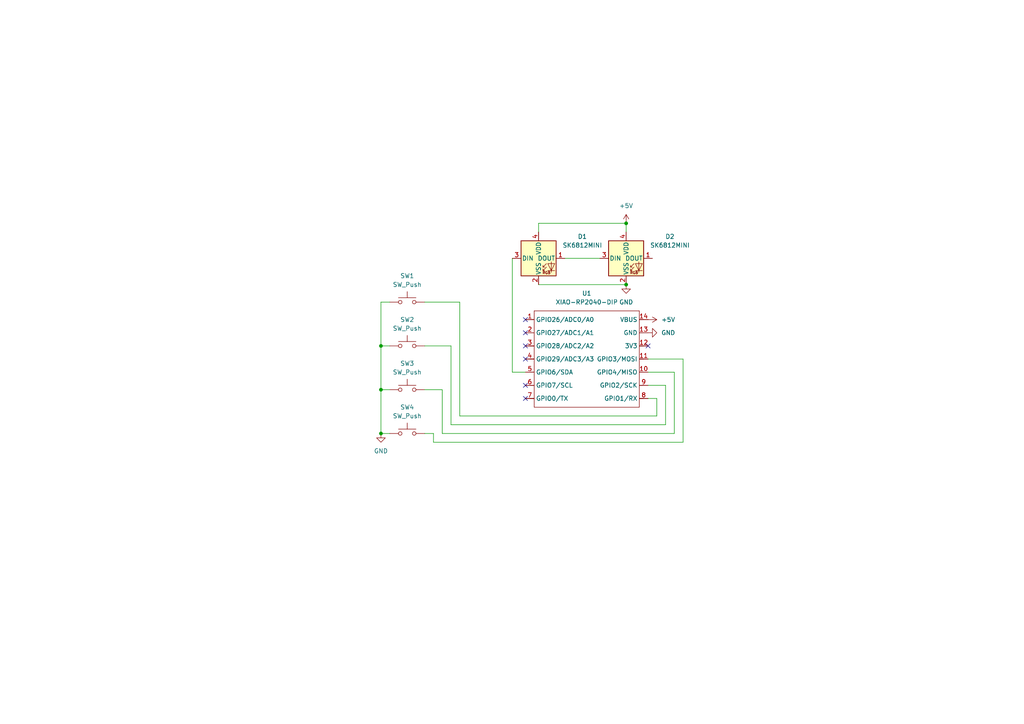
<source format=kicad_sch>
(kicad_sch (version 20250114) (generator "eeschema") (generator_version "9.0")
  (paper "A4")
  (lib_symbols
    (symbol "LED:SK6812MINI" (pin_names (offset 0.254))
      (property "Reference" "D" (at 5.08 5.715 0))
      (property "Value" "SK6812MINI" (at 1.27 -5.715 0))
      (symbol "SK6812MINI_0_0"
        (text "RGB" (at 2.286 -4.191 0) (effects (font (size 0.762 0.762))))
      )
      (symbol "SK6812MINI_0_1"
        (polyline (pts (xy 1.27 -2.54) (xy 1.778 -2.54)))
        (polyline (pts (xy 1.27 -3.556) (xy 1.778 -3.556)))
        (polyline (pts (xy 2.286 -1.524) (xy 1.27 -2.54) (xy 1.27 -2.032)))
        (polyline (pts (xy 2.286 -2.54) (xy 1.27 -3.556) (xy 1.27 -3.048)))
        (polyline (pts (xy 3.683 -1.016) (xy 3.683 -3.556) (xy 3.683 -4.064)))
        (polyline (pts (xy 4.699 -1.524) (xy 2.667 -1.524) (xy 3.683 -3.556) (xy 4.699 -1.524)))
        (polyline (pts (xy 4.699 -3.556) (xy 2.667 -3.556)))
        (rectangle (start 5.08 5.08) (end -5.08 -5.08) (stroke (width 0.254)) (fill (type background)))
      )
      (symbol "SK6812MINI_1_1"
        (pin input line (at -7.62 0 0) (length 2.54) (name "DIN") (number "3"))
        (pin power_in line (at 0 7.62 270) (length 2.54) (name "VDD") (number "4"))
        (pin power_in line (at 0 -7.62 90) (length 2.54) (name "VSS") (number "2"))
        (pin output line (at 7.62 0 180) (length 2.54) (name "DOUT") (number "1"))
      )
    )
    (symbol "OPL:XIAO-RP2040-DIP"
      (property "Reference" "U" (at 0 0 0))
      (property "Value" "XIAO-RP2040-DIP" (at 5.334 -1.778 0))
      (symbol "XIAO-RP2040-DIP_1_0"
        (polyline (pts (xy -1.27 -2.54) (xy 29.21 -2.54)) (stroke (width 0.1524)))
        (polyline (pts (xy -1.27 -5.08) (xy -2.54 -5.08)) (stroke (width 0.1524)))
        (polyline (pts (xy -1.27 -5.08) (xy -1.27 -2.54)) (stroke (width 0.1524)))
        (polyline (pts (xy -1.27 -8.89) (xy -2.54 -8.89)) (stroke (width 0.1524)))
        (polyline (pts (xy -1.27 -8.89) (xy -1.27 -5.08)) (stroke (width 0.1524)))
        (polyline (pts (xy -1.27 -12.7) (xy -2.54 -12.7)) (stroke (width 0.1524)))
        (polyline (pts (xy -1.27 -12.7) (xy -1.27 -8.89)) (stroke (width 0.1524)))
        (polyline (pts (xy -1.27 -16.51) (xy -2.54 -16.51)) (stroke (width 0.1524)))
        (polyline (pts (xy -1.27 -16.51) (xy -1.27 -12.7)) (stroke (width 0.1524)))
        (polyline (pts (xy -1.27 -20.32) (xy -2.54 -20.32)) (stroke (width 0.1524)))
        (polyline (pts (xy -1.27 -24.13) (xy -2.54 -24.13)) (stroke (width 0.1524)))
        (polyline (pts (xy -1.27 -27.94) (xy -2.54 -27.94)) (stroke (width 0.1524)))
        (polyline (pts (xy -1.27 -30.48) (xy -1.27 -16.51)) (stroke (width 0.1524)))
        (polyline (pts (xy 29.21 -2.54) (xy 29.21 -5.08)) (stroke (width 0.1524)))
        (polyline (pts (xy 29.21 -5.08) (xy 29.21 -8.89)) (stroke (width 0.1524)))
        (polyline (pts (xy 29.21 -8.89) (xy 29.21 -12.7)) (stroke (width 0.1524)))
        (polyline (pts (xy 29.21 -12.7) (xy 29.21 -30.48)) (stroke (width 0.1524)))
        (polyline (pts (xy 29.21 -30.48) (xy -1.27 -30.48)) (stroke (width 0.1524)))
        (polyline (pts (xy 30.48 -5.08) (xy 29.21 -5.08)) (stroke (width 0.1524)))
        (polyline (pts (xy 30.48 -8.89) (xy 29.21 -8.89)) (stroke (width 0.1524)))
        (polyline (pts (xy 30.48 -12.7) (xy 29.21 -12.7)) (stroke (width 0.1524)))
        (polyline (pts (xy 30.48 -16.51) (xy 29.21 -16.51)) (stroke (width 0.1524)))
        (polyline (pts (xy 30.48 -20.32) (xy 29.21 -20.32)) (stroke (width 0.1524)))
        (polyline (pts (xy 30.48 -24.13) (xy 29.21 -24.13)) (stroke (width 0.1524)))
        (polyline (pts (xy 30.48 -27.94) (xy 29.21 -27.94)) (stroke (width 0.1524)))
        (pin passive line (at -3.81 -5.08 0) (length 2.54) (name "GPIO26/ADC0/A0") (number "1"))
        (pin passive line (at -3.81 -8.89 0) (length 2.54) (name "GPIO27/ADC1/A1") (number "2"))
        (pin passive line (at -3.81 -12.7 0) (length 2.54) (name "GPIO28/ADC2/A2") (number "3"))
        (pin passive line (at -3.81 -16.51 0) (length 2.54) (name "GPIO29/ADC3/A3") (number "4"))
        (pin passive line (at -3.81 -20.32 0) (length 2.54) (name "GPIO6/SDA") (number "5"))
        (pin passive line (at -3.81 -24.13 0) (length 2.54) (name "GPIO7/SCL") (number "6"))
        (pin passive line (at -3.81 -27.94 0) (length 2.54) (name "GPIO0/TX") (number "7"))
        (pin passive line (at 31.75 -5.08 180) (length 2.54) (name "VBUS") (number "14"))
        (pin passive line (at 31.75 -8.89 180) (length 2.54) (name "GND") (number "13"))
        (pin passive line (at 31.75 -12.7 180) (length 2.54) (name "3V3") (number "12"))
        (pin passive line (at 31.75 -16.51 180) (length 2.54) (name "GPIO3/MOSI") (number "11"))
        (pin passive line (at 31.75 -20.32 180) (length 2.54) (name "GPIO4/MISO") (number "10"))
        (pin passive line (at 31.75 -24.13 180) (length 2.54) (name "GPIO2/SCK") (number "9"))
        (pin passive line (at 31.75 -27.94 180) (length 2.54) (name "GPIO1/RX") (number "8"))
      )
    )
    (symbol "Switch:SW_Push" (pin_numbers (hide yes)) (pin_names (offset 1.016) (hide yes))
      (property "Reference" "SW" (at 1.27 2.54 0))
      (property "Value" "SW_Push" (at 0 -1.524 0))
      (symbol "SW_Push_0_1"
        (circle (center -2.032 0) (radius 0.508))
        (polyline (pts (xy 0 1.27) (xy 0 3.048)))
        (circle (center 2.032 0) (radius 0.508))
        (polyline (pts (xy 2.54 1.27) (xy -2.54 1.27)))
        (pin passive line (at -5.08 0 0) (length 2.54) (name "1") (number "1"))
        (pin passive line (at 5.08 0 180) (length 2.54) (name "2") (number "2"))
      )
    )
    (symbol "power:+5V" (power) (pin_numbers (hide yes)) (pin_names (offset 0) (hide yes))
      (property "Value" "+5V" (at 0 3.556 0))
      (symbol "+5V_0_1"
        (polyline (pts (xy -0.762 1.27) (xy 0 2.54)))
        (polyline (pts (xy 0 2.54) (xy 0.762 1.27)))
        (polyline (pts (xy 0 0) (xy 0 2.54)))
      )
      (symbol "+5V_1_1"
        (pin power_in line (at 0 0 90) (length 0) (name "~") (number "1"))
      )
    )
    (symbol "power:GND" (power) (pin_numbers (hide yes)) (pin_names (offset 0) (hide yes))
      (property "Value" "GND" (at 0 -3.81 0))
      (symbol "GND_0_1"
        (polyline (pts (xy 0 0) (xy 0 -1.27) (xy 1.27 -1.27) (xy 0 -2.54) (xy -1.27 -1.27) (xy 0 -1.27)))
      )
      (symbol "GND_1_1"
        (pin power_in line (at 0 0 270) (length 0) (name "~") (number "1"))
      )
    )
  )
  (junction (at 110.49 113.03))
  (junction (at 110.49 100.33))
  (junction (at 181.61 82.55))
  (junction (at 181.61 64.77))
  (junction (at 110.49 125.73))
  (no_connect (at 152.4 96.52))
  (no_connect (at 152.4 92.71))
  (no_connect (at 152.4 100.33))
  (no_connect (at 187.96 100.33))
  (no_connect (at 152.4 104.14))
  (no_connect (at 152.4 115.57))
  (no_connect (at 152.4 111.76))
  (wire (pts (xy 193.04 111.76) (xy 193.04 123.19)))
  (wire (pts (xy 128.27 125.73) (xy 128.27 113.03)))
  (wire (pts (xy 123.19 113.03) (xy 128.27 113.03)))
  (wire (pts (xy 123.19 125.73) (xy 125.73 125.73)))
  (wire (pts (xy 156.21 82.55) (xy 181.61 82.55)))
  (wire (pts (xy 187.96 111.76) (xy 193.04 111.76)))
  (wire (pts (xy 152.4 107.95) (xy 148.59 107.95)))
  (wire (pts (xy 110.49 100.33) (xy 110.49 113.03)))
  (wire (pts (xy 110.49 113.03) (xy 110.49 125.73)))
  (wire (pts (xy 156.21 67.31) (xy 156.21 64.77)))
  (wire (pts (xy 113.03 113.03) (xy 110.49 113.03)))
  (wire (pts (xy 156.21 64.77) (xy 181.61 64.77)))
  (wire (pts (xy 187.96 107.95) (xy 195.58 107.95)))
  (wire (pts (xy 187.96 115.57) (xy 190.5 115.57)))
  (wire (pts (xy 130.81 123.19) (xy 130.81 100.33)))
  (wire (pts (xy 163.83 74.93) (xy 173.99 74.93)))
  (wire (pts (xy 190.5 115.57) (xy 190.5 120.65)))
  (wire (pts (xy 110.49 87.63) (xy 110.49 100.33)))
  (wire (pts (xy 113.03 100.33) (xy 110.49 100.33)))
  (wire (pts (xy 125.73 128.27) (xy 125.73 125.73)))
  (wire (pts (xy 123.19 100.33) (xy 130.81 100.33)))
  (wire (pts (xy 187.96 104.14) (xy 198.12 104.14)))
  (wire (pts (xy 193.04 123.19) (xy 130.81 123.19)))
  (wire (pts (xy 195.58 125.73) (xy 128.27 125.73)))
  (wire (pts (xy 198.12 128.27) (xy 125.73 128.27)))
  (wire (pts (xy 123.19 87.63) (xy 133.35 87.63)))
  (wire (pts (xy 148.59 107.95) (xy 148.59 74.93)))
  (wire (pts (xy 195.58 107.95) (xy 195.58 125.73)))
  (wire (pts (xy 113.03 125.73) (xy 110.49 125.73)))
  (wire (pts (xy 181.61 64.77) (xy 181.61 67.31)))
  (wire (pts (xy 198.12 104.14) (xy 198.12 128.27)))
  (wire (pts (xy 190.5 120.65) (xy 133.35 120.65)))
  (wire (pts (xy 133.35 120.65) (xy 133.35 87.63)))
  (wire (pts (xy 113.03 87.63) (xy 110.49 87.63)))
  (symbol (lib_id "LED:SK6812MINI") (at 156.21 74.93 0) (unit 1)
    (property "Reference" "D1" (at 168.91 68.6114 0))
    (property "Value" "SK6812MINI" (at 168.91 71.1514 0))
    (property "Footprint" "LED_SMD:LED_SK6812MINI_PLCC4_3.5x3.5mm_P1.75mm" (effects (hide yes)))
    (property "Datasheet" "https://cdn-shop.adafruit.com/product-files/2686/SK6812MINI_REV.01-1-2.pdf" (effects (hide yes)))
    (property "Description" "RGB LED with integrated controller" (effects (hide yes)))
  )
  (symbol (lib_id "power:+5V") (at 181.61 64.77 0) (unit 1)
    (property "Reference" "#PWR03" (effects (hide yes)))
    (property "Value" "+5V" (at 181.61 59.69 0))
    (property "Description" "Power symbol creates a global label with name \"+5V\"" (effects (hide yes)))
  )
  (symbol (lib_id "Switch:SW_Push") (at 118.11 100.33 0) (unit 1)
    (property "Reference" "SW2" (at 118.11 92.71 0))
    (property "Value" "SW_Push" (at 118.11 95.25 0))
    (property "Footprint" "Button_Switch_Keyboard:SW_Cherry_MX_1.00u_PCB" (effects (hide yes)))
    (property "Description" "Push button switch, generic, two pins" (effects (hide yes)))
  )
  (symbol (lib_id "Switch:SW_Push") (at 118.11 87.63 0) (unit 1)
    (property "Reference" "SW1" (at 118.11 80.01 0))
    (property "Value" "SW_Push" (at 118.11 82.55 0))
    (property "Footprint" "Button_Switch_Keyboard:SW_Cherry_MX_1.00u_PCB" (effects (hide yes)))
    (property "Description" "Push button switch, generic, two pins" (effects (hide yes)))
  )
  (symbol (lib_id "OPL:XIAO-RP2040-DIP") (at 156.21 87.63 0) (unit 1)
    (property "Reference" "U1" (at 170.18 85.09 0))
    (property "Value" "XIAO-RP2040-DIP" (at 170.18 87.63 0))
    (property "Footprint" "OPL:XIAO-RP2040-DIP" (effects (hide yes)))
  )
  (symbol (lib_id "Switch:SW_Push") (at 118.11 113.03 0) (unit 1)
    (property "Reference" "SW3" (at 118.11 105.41 0))
    (property "Value" "SW_Push" (at 118.11 107.95 0))
    (property "Footprint" "Button_Switch_Keyboard:SW_Cherry_MX_1.00u_PCB" (effects (hide yes)))
    (property "Description" "Push button switch, generic, two pins" (effects (hide yes)))
  )
  (symbol (lib_id "power:GND") (at 187.96 96.52 90) (unit 1)
    (property "Reference" "#PWR05" (effects (hide yes)))
    (property "Value" "GND" (at 191.77 96.5199 90) (effects (justify right)))
    (property "Description" "Power symbol creates a global label with name \"GND\" , ground" (effects (hide yes)))
  )
  (symbol (lib_id "power:+5V") (at 187.96 92.71 270) (unit 1)
    (property "Reference" "#PWR04" (effects (hide yes)))
    (property "Value" "+5V" (at 191.77 92.7099 90) (effects (justify left)))
    (property "Description" "Power symbol creates a global label with name \"+5V\"" (effects (hide yes)))
  )
  (symbol (lib_id "power:GND") (at 181.61 82.55 0) (unit 1)
    (property "Reference" "#PWR02" (effects (hide yes)))
    (property "Value" "GND" (at 181.61 87.63 0))
    (property "Description" "Power symbol creates a global label with name \"GND\" , ground" (effects (hide yes)))
  )
  (symbol (lib_id "Switch:SW_Push") (at 118.11 125.73 0) (unit 1)
    (property "Reference" "SW4" (at 118.11 118.11 0))
    (property "Value" "SW_Push" (at 118.11 120.65 0))
    (property "Footprint" "Button_Switch_Keyboard:SW_Cherry_MX_1.00u_PCB" (effects (hide yes)))
    (property "Description" "Push button switch, generic, two pins" (effects (hide yes)))
  )
  (symbol (lib_id "LED:SK6812MINI") (at 181.61 74.93 0) (unit 1)
    (property "Reference" "D2" (at 194.31 68.6114 0))
    (property "Value" "SK6812MINI" (at 194.31 71.1514 0))
    (property "Footprint" "LED_SMD:LED_SK6812MINI_PLCC4_3.5x3.5mm_P1.75mm" (effects (hide yes)))
    (property "Datasheet" "https://cdn-shop.adafruit.com/product-files/2686/SK6812MINI_REV.01-1-2.pdf" (effects (hide yes)))
    (property "Description" "RGB LED with integrated controller" (effects (hide yes)))
  )
  (symbol (lib_id "power:GND") (at 110.49 125.73 0) (unit 1)
    (property "Reference" "#PWR01" (effects (hide yes)))
    (property "Value" "GND" (at 110.49 130.81 0))
    (property "Description" "Power symbol creates a global label with name \"GND\" , ground" (effects (hide yes)))
  )
)
</source>
